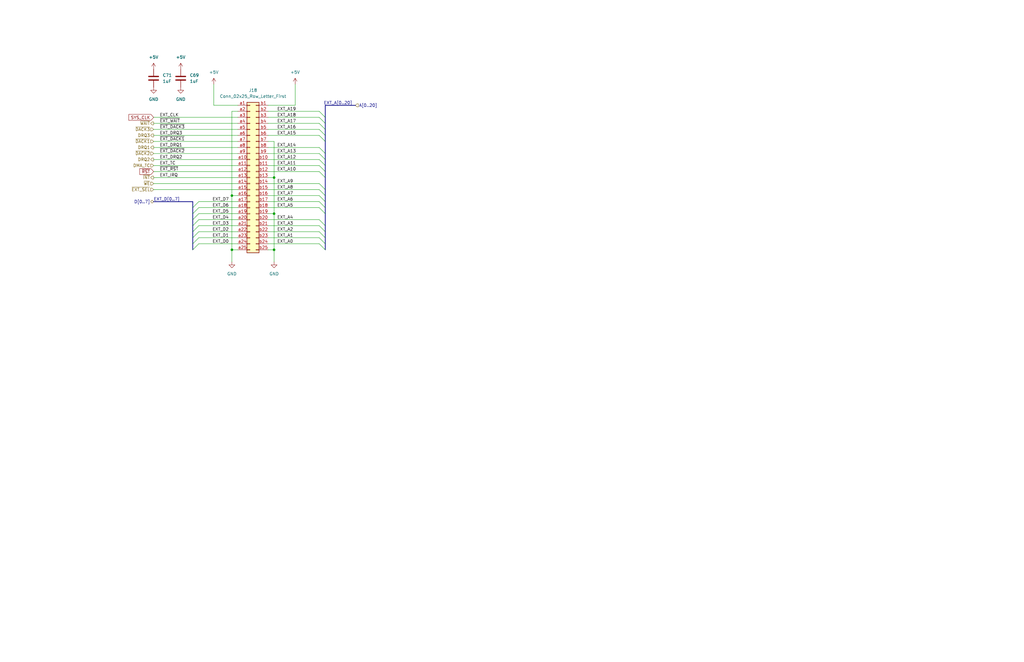
<source format=kicad_sch>
(kicad_sch (version 20231120) (generator "eeschema") (generator_version "8.0")
  (paper "B")
  (title_block (title "Anachron ISA Bus Interface") (date "2024-02-07") (company "Modular Circuits"))
  (lib_symbols
    (symbol "Connector_Generic:Conn_02x25_Row_Letter_First" (pin_names (offset 1.016) hide)
      (property "Reference" "J" (at 1.27 33.02 0))
      (property "Value" "Conn_02x25_Row_Letter_First" (at 1.27 -33.02 0))
      (symbol "Conn_02x25_Row_Letter_First_1_1"
        (rectangle (start -1.27 -30.353) (end 0 -30.607) (stroke (width 0.1524)))
        (rectangle (start -1.27 -27.813) (end 0 -28.067) (stroke (width 0.1524)))
        (rectangle (start -1.27 -25.273) (end 0 -25.527) (stroke (width 0.1524)))
        (rectangle (start -1.27 -22.733) (end 0 -22.987) (stroke (width 0.1524)))
        (rectangle (start -1.27 -20.193) (end 0 -20.447) (stroke (width 0.1524)))
        (rectangle (start -1.27 -17.653) (end 0 -17.907) (stroke (width 0.1524)))
        (rectangle (start -1.27 -15.113) (end 0 -15.367) (stroke (width 0.1524)))
        (rectangle (start -1.27 -12.573) (end 0 -12.827) (stroke (width 0.1524)))
        (rectangle (start -1.27 -10.033) (end 0 -10.287) (stroke (width 0.1524)))
        (rectangle (start -1.27 -7.493) (end 0 -7.747) (stroke (width 0.1524)))
        (rectangle (start -1.27 -4.953) (end 0 -5.207) (stroke (width 0.1524)))
        (rectangle (start -1.27 -2.413) (end 0 -2.667) (stroke (width 0.1524)))
        (rectangle (start -1.27 0.127) (end 0 -0.127) (stroke (width 0.1524)))
        (rectangle (start -1.27 2.667) (end 0 2.413) (stroke (width 0.1524)))
        (rectangle (start -1.27 5.207) (end 0 4.953) (stroke (width 0.1524)))
        (rectangle (start -1.27 7.747) (end 0 7.493) (stroke (width 0.1524)))
        (rectangle (start -1.27 10.287) (end 0 10.033) (stroke (width 0.1524)))
        (rectangle (start -1.27 12.827) (end 0 12.573) (stroke (width 0.1524)))
        (rectangle (start -1.27 15.367) (end 0 15.113) (stroke (width 0.1524)))
        (rectangle (start -1.27 17.907) (end 0 17.653) (stroke (width 0.1524)))
        (rectangle (start -1.27 20.447) (end 0 20.193) (stroke (width 0.1524)))
        (rectangle (start -1.27 22.987) (end 0 22.733) (stroke (width 0.1524)))
        (rectangle (start -1.27 25.527) (end 0 25.273) (stroke (width 0.1524)))
        (rectangle (start -1.27 28.067) (end 0 27.813) (stroke (width 0.1524)))
        (rectangle (start -1.27 30.607) (end 0 30.353) (stroke (width 0.1524)))
        (rectangle (start -1.27 31.75) (end 3.81 -31.75) (stroke (width 0.254)) (fill (type background)))
        (rectangle (start 3.81 -30.353) (end 2.54 -30.607) (stroke (width 0.1524)))
        (rectangle (start 3.81 -27.813) (end 2.54 -28.067) (stroke (width 0.1524)))
        (rectangle (start 3.81 -25.273) (end 2.54 -25.527) (stroke (width 0.1524)))
        (rectangle (start 3.81 -22.733) (end 2.54 -22.987) (stroke (width 0.1524)))
        (rectangle (start 3.81 -20.193) (end 2.54 -20.447) (stroke (width 0.1524)))
        (rectangle (start 3.81 -17.653) (end 2.54 -17.907) (stroke (width 0.1524)))
        (rectangle (start 3.81 -15.113) (end 2.54 -15.367) (stroke (width 0.1524)))
        (rectangle (start 3.81 -12.573) (end 2.54 -12.827) (stroke (width 0.1524)))
        (rectangle (start 3.81 -10.033) (end 2.54 -10.287) (stroke (width 0.1524)))
        (rectangle (start 3.81 -7.493) (end 2.54 -7.747) (stroke (width 0.1524)))
        (rectangle (start 3.81 -4.953) (end 2.54 -5.207) (stroke (width 0.1524)))
        (rectangle (start 3.81 -2.413) (end 2.54 -2.667) (stroke (width 0.1524)))
        (rectangle (start 3.81 0.127) (end 2.54 -0.127) (stroke (width 0.1524)))
        (rectangle (start 3.81 2.667) (end 2.54 2.413) (stroke (width 0.1524)))
        (rectangle (start 3.81 5.207) (end 2.54 4.953) (stroke (width 0.1524)))
        (rectangle (start 3.81 7.747) (end 2.54 7.493) (stroke (width 0.1524)))
        (rectangle (start 3.81 10.287) (end 2.54 10.033) (stroke (width 0.1524)))
        (rectangle (start 3.81 12.827) (end 2.54 12.573) (stroke (width 0.1524)))
        (rectangle (start 3.81 15.367) (end 2.54 15.113) (stroke (width 0.1524)))
        (rectangle (start 3.81 17.907) (end 2.54 17.653) (stroke (width 0.1524)))
        (rectangle (start 3.81 20.447) (end 2.54 20.193) (stroke (width 0.1524)))
        (rectangle (start 3.81 22.987) (end 2.54 22.733) (stroke (width 0.1524)))
        (rectangle (start 3.81 25.527) (end 2.54 25.273) (stroke (width 0.1524)))
        (rectangle (start 3.81 28.067) (end 2.54 27.813) (stroke (width 0.1524)))
        (rectangle (start 3.81 30.607) (end 2.54 30.353) (stroke (width 0.1524)))
        (pin passive line (at -5.08 30.48 0) (length 3.81) (name "Pin_a1") (number "a1"))
        (pin passive line (at -5.08 7.62 0) (length 3.81) (name "Pin_a10") (number "a10"))
        (pin passive line (at -5.08 5.08 0) (length 3.81) (name "Pin_a11") (number "a11"))
        (pin passive line (at -5.08 2.54 0) (length 3.81) (name "Pin_a12") (number "a12"))
        (pin passive line (at -5.08 0 0) (length 3.81) (name "Pin_a13") (number "a13"))
        (pin passive line (at -5.08 -2.54 0) (length 3.81) (name "Pin_a14") (number "a14"))
        (pin passive line (at -5.08 -5.08 0) (length 3.81) (name "Pin_a15") (number "a15"))
        (pin passive line (at -5.08 -7.62 0) (length 3.81) (name "Pin_a16") (number "a16"))
        (pin passive line (at -5.08 -10.16 0) (length 3.81) (name "Pin_a17") (number "a17"))
        (pin passive line (at -5.08 -12.7 0) (length 3.81) (name "Pin_a18") (number "a18"))
        (pin passive line (at -5.08 -15.24 0) (length 3.81) (name "Pin_a19") (number "a19"))
        (pin passive line (at -5.08 27.94 0) (length 3.81) (name "Pin_a2") (number "a2"))
        (pin passive line (at -5.08 -17.78 0) (length 3.81) (name "Pin_a20") (number "a20"))
        (pin passive line (at -5.08 -20.32 0) (length 3.81) (name "Pin_a21") (number "a21"))
        (pin passive line (at -5.08 -22.86 0) (length 3.81) (name "Pin_a22") (number "a22"))
        (pin passive line (at -5.08 -25.4 0) (length 3.81) (name "Pin_a23") (number "a23"))
        (pin passive line (at -5.08 -27.94 0) (length 3.81) (name "Pin_a24") (number "a24"))
        (pin passive line (at -5.08 -30.48 0) (length 3.81) (name "Pin_a25") (number "a25"))
        (pin passive line (at -5.08 25.4 0) (length 3.81) (name "Pin_a3") (number "a3"))
        (pin passive line (at -5.08 22.86 0) (length 3.81) (name "Pin_a4") (number "a4"))
        (pin passive line (at -5.08 20.32 0) (length 3.81) (name "Pin_a5") (number "a5"))
        (pin passive line (at -5.08 17.78 0) (length 3.81) (name "Pin_a6") (number "a6"))
        (pin passive line (at -5.08 15.24 0) (length 3.81) (name "Pin_a7") (number "a7"))
        (pin passive line (at -5.08 12.7 0) (length 3.81) (name "Pin_a8") (number "a8"))
        (pin passive line (at -5.08 10.16 0) (length 3.81) (name "Pin_a9") (number "a9"))
        (pin passive line (at 7.62 30.48 180) (length 3.81) (name "Pin_b1") (number "b1"))
        (pin passive line (at 7.62 7.62 180) (length 3.81) (name "Pin_b10") (number "b10"))
        (pin passive line (at 7.62 5.08 180) (length 3.81) (name "Pin_b11") (number "b11"))
        (pin passive line (at 7.62 2.54 180) (length 3.81) (name "Pin_b12") (number "b12"))
        (pin passive line (at 7.62 0 180) (length 3.81) (name "Pin_b13") (number "b13"))
        (pin passive line (at 7.62 -2.54 180) (length 3.81) (name "Pin_b14") (number "b14"))
        (pin passive line (at 7.62 -5.08 180) (length 3.81) (name "Pin_b15") (number "b15"))
        (pin passive line (at 7.62 -7.62 180) (length 3.81) (name "Pin_b16") (number "b16"))
        (pin passive line (at 7.62 -10.16 180) (length 3.81) (name "Pin_b17") (number "b17"))
        (pin passive line (at 7.62 -12.7 180) (length 3.81) (name "Pin_b18") (number "b18"))
        (pin passive line (at 7.62 -15.24 180) (length 3.81) (name "Pin_b19") (number "b19"))
        (pin passive line (at 7.62 27.94 180) (length 3.81) (name "Pin_b2") (number "b2"))
        (pin passive line (at 7.62 -17.78 180) (length 3.81) (name "Pin_b20") (number "b20"))
        (pin passive line (at 7.62 -20.32 180) (length 3.81) (name "Pin_b21") (number "b21"))
        (pin passive line (at 7.62 -22.86 180) (length 3.81) (name "Pin_b22") (number "b22"))
        (pin passive line (at 7.62 -25.4 180) (length 3.81) (name "Pin_b23") (number "b23"))
        (pin passive line (at 7.62 -27.94 180) (length 3.81) (name "Pin_b24") (number "b24"))
        (pin passive line (at 7.62 -30.48 180) (length 3.81) (name "Pin_b25") (number "b25"))
        (pin passive line (at 7.62 25.4 180) (length 3.81) (name "Pin_b3") (number "b3"))
        (pin passive line (at 7.62 22.86 180) (length 3.81) (name "Pin_b4") (number "b4"))
        (pin passive line (at 7.62 20.32 180) (length 3.81) (name "Pin_b5") (number "b5"))
        (pin passive line (at 7.62 17.78 180) (length 3.81) (name "Pin_b6") (number "b6"))
        (pin passive line (at 7.62 15.24 180) (length 3.81) (name "Pin_b7") (number "b7"))
        (pin passive line (at 7.62 12.7 180) (length 3.81) (name "Pin_b8") (number "b8"))
        (pin passive line (at 7.62 10.16 180) (length 3.81) (name "Pin_b9") (number "b9"))
      )
    )
    (symbol "Device:C" (pin_numbers hide) (pin_names (offset 0.254))
      (property "Reference" "C" (at 0.635 2.54 0))
      (property "Value" "C" (at 0.635 -2.54 0))
      (symbol "C_0_1"
        (polyline (pts (xy -2.032 -0.762) (xy 2.032 -0.762)) (stroke (width 0.508)))
        (polyline (pts (xy -2.032 0.762) (xy 2.032 0.762)) (stroke (width 0.508)))
      )
      (symbol "C_1_1"
        (pin passive line (at 0 3.81 270) (length 2.794) (name "~") (number "1"))
        (pin passive line (at 0 -3.81 90) (length 2.794) (name "~") (number "2"))
      )
    )
    (symbol "power:+5V" (power) (pin_names (offset 0))
      (property "Value" "+5V" (at 0 3.556 0))
      (symbol "+5V_0_1"
        (polyline (pts (xy -0.762 1.27) (xy 0 2.54)))
        (polyline (pts (xy 0 0) (xy 0 2.54)))
        (polyline (pts (xy 0 2.54) (xy 0.762 1.27)))
      )
      (symbol "+5V_1_1"
        (pin power_in line (at 0 0 90) (length 0) hide (name "+5V") (number "1"))
      )
    )
    (symbol "power:GND" (power) (pin_names (offset 0))
      (property "Value" "GND" (at 0 -3.81 0))
      (symbol "GND_0_1"
        (polyline (pts (xy 0 0) (xy 0 -1.27) (xy 1.27 -1.27) (xy 0 -2.54) (xy -1.27 -1.27) (xy 0 -1.27)))
      )
      (symbol "GND_1_1"
        (pin power_in line (at 0 0 270) (length 0) hide (name "GND") (number "1"))
      )
    )
  )
  (junction (at 115.57 105.41))
  (junction (at 115.57 74.93))
  (junction (at 115.57 90.17))
  (junction (at 97.79 82.55))
  (junction (at 97.79 105.41))
  (bus_entry (at 137.16 82.55) (size -2.54 -2.54))
  (bus_entry (at 137.16 54.61) (size -2.54 -2.54))
  (bus_entry (at 137.16 85.09) (size -2.54 -2.54))
  (bus_entry (at 81.28 102.87) (size 2.54 -2.54))
  (bus_entry (at 81.28 95.25) (size 2.54 -2.54))
  (bus_entry (at 137.16 100.33) (size -2.54 -2.54))
  (bus_entry (at 137.16 64.77) (size -2.54 -2.54))
  (bus_entry (at 81.28 87.63) (size 2.54 -2.54))
  (bus_entry (at 137.16 69.85) (size -2.54 -2.54))
  (bus_entry (at 137.16 74.93) (size -2.54 -2.54))
  (bus_entry (at 81.28 97.79) (size 2.54 -2.54))
  (bus_entry (at 137.16 102.87) (size -2.54 -2.54))
  (bus_entry (at 137.16 67.31) (size -2.54 -2.54))
  (bus_entry (at 137.16 80.01) (size -2.54 -2.54))
  (bus_entry (at 137.16 49.53) (size -2.54 -2.54))
  (bus_entry (at 137.16 59.69) (size -2.54 -2.54))
  (bus_entry (at 81.28 92.71) (size 2.54 -2.54))
  (bus_entry (at 137.16 95.25) (size -2.54 -2.54))
  (bus_entry (at 81.28 90.17) (size 2.54 -2.54))
  (bus_entry (at 81.28 100.33) (size 2.54 -2.54))
  (bus_entry (at 137.16 87.63) (size -2.54 -2.54))
  (bus_entry (at 137.16 72.39) (size -2.54 -2.54))
  (bus_entry (at 137.16 57.15) (size -2.54 -2.54))
  (bus_entry (at 137.16 52.07) (size -2.54 -2.54))
  (bus_entry (at 137.16 97.79) (size -2.54 -2.54))
  (bus_entry (at 81.28 105.41) (size 2.54 -2.54))
  (bus_entry (at 137.16 90.17) (size -2.54 -2.54))
  (bus_entry (at 137.16 105.41) (size -2.54 -2.54))
  (wire (pts (xy 97.79 105.41) (xy 97.79 110.49)))
  (wire (pts (xy 64.77 69.85) (xy 100.33 69.85)))
  (bus (pts (xy 81.28 97.79) (xy 81.28 100.33)))
  (wire (pts (xy 113.03 69.85) (xy 134.62 69.85)))
  (bus (pts (xy 137.16 54.61) (xy 137.16 57.15)))
  (wire (pts (xy 97.79 46.99) (xy 97.79 82.55)))
  (bus (pts (xy 81.28 100.33) (xy 81.28 102.87)))
  (bus (pts (xy 137.16 59.69) (xy 137.16 64.77)))
  (bus (pts (xy 137.16 49.53) (xy 137.16 52.07)))
  (bus (pts (xy 137.16 97.79) (xy 137.16 100.33)))
  (wire (pts (xy 64.77 64.77) (xy 100.33 64.77)))
  (wire (pts (xy 113.03 95.25) (xy 134.62 95.25)))
  (bus (pts (xy 149.86 44.45) (xy 137.16 44.45)))
  (wire (pts (xy 113.03 100.33) (xy 134.62 100.33)))
  (wire (pts (xy 113.03 67.31) (xy 134.62 67.31)))
  (wire (pts (xy 64.77 59.69) (xy 100.33 59.69)))
  (bus (pts (xy 64.77 85.09) (xy 81.28 85.09)))
  (wire (pts (xy 64.77 49.53) (xy 100.33 49.53)))
  (wire (pts (xy 97.79 46.99) (xy 100.33 46.99)))
  (bus (pts (xy 137.16 67.31) (xy 137.16 69.85)))
  (wire (pts (xy 64.77 54.61) (xy 100.33 54.61)))
  (wire (pts (xy 113.03 80.01) (xy 134.62 80.01)))
  (wire (pts (xy 113.03 82.55) (xy 134.62 82.55)))
  (wire (pts (xy 113.03 64.77) (xy 134.62 64.77)))
  (wire (pts (xy 100.33 72.39) (xy 64.77 72.39)))
  (wire (pts (xy 115.57 105.41) (xy 115.57 110.49)))
  (bus (pts (xy 81.28 90.17) (xy 81.28 92.71)))
  (bus (pts (xy 137.16 72.39) (xy 137.16 74.93)))
  (wire (pts (xy 113.03 72.39) (xy 134.62 72.39)))
  (wire (pts (xy 113.03 87.63) (xy 134.62 87.63)))
  (bus (pts (xy 81.28 95.25) (xy 81.28 97.79)))
  (bus (pts (xy 81.28 102.87) (xy 81.28 105.41)))
  (bus (pts (xy 137.16 100.33) (xy 137.16 102.87)))
  (wire (pts (xy 124.46 35.56) (xy 124.46 44.45)))
  (wire (pts (xy 113.03 85.09) (xy 134.62 85.09)))
  (wire (pts (xy 134.62 102.87) (xy 113.03 102.87)))
  (wire (pts (xy 90.17 35.56) (xy 90.17 44.45)))
  (bus (pts (xy 137.16 80.01) (xy 137.16 82.55)))
  (wire (pts (xy 100.33 97.79) (xy 83.82 97.79)))
  (wire (pts (xy 113.03 54.61) (xy 134.62 54.61)))
  (wire (pts (xy 64.77 52.07) (xy 100.33 52.07)))
  (bus (pts (xy 137.16 82.55) (xy 137.16 85.09)))
  (bus (pts (xy 137.16 105.41) (xy 137.16 102.87)))
  (wire (pts (xy 100.33 44.45) (xy 90.17 44.45)))
  (wire (pts (xy 113.03 46.99) (xy 134.62 46.99)))
  (bus (pts (xy 81.28 87.63) (xy 81.28 90.17)))
  (bus (pts (xy 137.16 44.45) (xy 137.16 49.53)))
  (wire (pts (xy 115.57 59.69) (xy 115.57 74.93)))
  (wire (pts (xy 113.03 74.93) (xy 115.57 74.93)))
  (wire (pts (xy 97.79 105.41) (xy 100.33 105.41)))
  (bus (pts (xy 137.16 69.85) (xy 137.16 72.39)))
  (wire (pts (xy 113.03 92.71) (xy 134.62 92.71)))
  (wire (pts (xy 113.03 59.69) (xy 115.57 59.69)))
  (wire (pts (xy 100.33 92.71) (xy 83.82 92.71)))
  (wire (pts (xy 100.33 74.93) (xy 64.77 74.93)))
  (bus (pts (xy 137.16 64.77) (xy 137.16 67.31)))
  (bus (pts (xy 137.16 85.09) (xy 137.16 87.63)))
  (wire (pts (xy 100.33 85.09) (xy 83.82 85.09)))
  (wire (pts (xy 64.77 57.15) (xy 100.33 57.15)))
  (bus (pts (xy 137.16 87.63) (xy 137.16 90.17)))
  (wire (pts (xy 113.03 52.07) (xy 134.62 52.07)))
  (wire (pts (xy 97.79 82.55) (xy 100.33 82.55)))
  (wire (pts (xy 113.03 44.45) (xy 124.46 44.45)))
  (wire (pts (xy 113.03 105.41) (xy 115.57 105.41)))
  (wire (pts (xy 115.57 74.93) (xy 115.57 90.17)))
  (bus (pts (xy 81.28 92.71) (xy 81.28 95.25)))
  (wire (pts (xy 64.77 77.47) (xy 100.33 77.47)))
  (bus (pts (xy 137.16 95.25) (xy 137.16 97.79)))
  (wire (pts (xy 100.33 90.17) (xy 83.82 90.17)))
  (wire (pts (xy 113.03 62.23) (xy 134.62 62.23)))
  (wire (pts (xy 113.03 49.53) (xy 134.62 49.53)))
  (bus (pts (xy 137.16 52.07) (xy 137.16 54.61)))
  (wire (pts (xy 100.33 87.63) (xy 83.82 87.63)))
  (wire (pts (xy 64.77 62.23) (xy 100.33 62.23)))
  (bus (pts (xy 81.28 85.09) (xy 81.28 87.63)))
  (wire (pts (xy 100.33 95.25) (xy 83.82 95.25)))
  (wire (pts (xy 113.03 97.79) (xy 134.62 97.79)))
  (wire (pts (xy 113.03 90.17) (xy 115.57 90.17)))
  (wire (pts (xy 64.77 80.01) (xy 100.33 80.01)))
  (wire (pts (xy 113.03 77.47) (xy 134.62 77.47)))
  (wire (pts (xy 100.33 102.87) (xy 83.82 102.87)))
  (wire (pts (xy 97.79 105.41) (xy 97.79 82.55)))
  (wire (pts (xy 100.33 100.33) (xy 83.82 100.33)))
  (wire (pts (xy 115.57 90.17) (xy 115.57 105.41)))
  (wire (pts (xy 64.77 67.31) (xy 100.33 67.31)))
  (bus (pts (xy 137.16 90.17) (xy 137.16 95.25)))
  (bus (pts (xy 137.16 57.15) (xy 137.16 59.69)))
  (wire (pts (xy 113.03 57.15) (xy 134.62 57.15)))
  (bus (pts (xy 137.16 74.93) (xy 137.16 80.01)))
  (label "EXT_A[0..20]" (at 148.59 44.45 180))
  (label "EXT_D1" (at 96.52 100.33 180))
  (label "EXT_A14" (at 116.84 62.23 0))
  (label "EXT_A3" (at 116.84 95.25 0))
  (label "EXT_A5" (at 116.84 87.63 0))
  (label "EXT_A4" (at 116.84 92.71 0))
  (label "EXT_A17" (at 116.84 52.07 0))
  (label "EXT_CLK" (at 67.31 49.53 0))
  (label "EXT_D0" (at 96.52 102.87 180))
  (label "EXT_A1" (at 116.84 100.33 0))
  (label "EXT_A15" (at 116.84 57.15 0))
  (label "EXT_D[0..7]" (at 64.77 85.09 0))
  (label "EXT_A8" (at 116.84 80.01 0))
  (label "EXT_D5" (at 96.52 90.17 180))
  (label "EXT_A18" (at 116.84 49.53 0))
  (label "EXT_A9" (at 116.84 77.47 0))
  (label "~{EXT_WAIT}" (at 67.31 52.07 0))
  (label "EXT_A10" (at 116.84 72.39 0))
  (label "EXT_D3" (at 96.52 95.25 180))
  (label "EXT_DRQ2" (at 67.31 67.31 0))
  (label "~{EXT_DACK3}" (at 67.31 54.61 0))
  (label "EXT_A19" (at 116.84 46.99 0))
  (label "EXT_DRQ1" (at 67.31 62.23 0))
  (label "~{EXT_RST}" (at 67.31 72.39 0))
  (label "EXT_A12" (at 116.84 67.31 0))
  (label "~{EXT_DACK1}" (at 67.31 59.69 0))
  (label "EXT_A0" (at 116.84 102.87 0))
  (label "EXT_TC" (at 67.31 69.85 0))
  (label "EXT_D2" (at 96.52 97.79 180))
  (label "EXT_D7" (at 96.52 85.09 180))
  (label "EXT_IRQ" (at 67.31 74.93 0))
  (label "EXT_A11" (at 116.84 69.85 0))
  (label "EXT_DRQ3" (at 67.31 57.15 0))
  (label "EXT_A16" (at 116.84 54.61 0))
  (label "EXT_D4" (at 96.52 92.71 180))
  (label "EXT_D6" (at 96.52 87.63 180))
  (label "EXT_A6" (at 116.84 85.09 0))
  (label "~{EXT_DACK2}" (at 67.31 64.77 0))
  (label "EXT_A7" (at 116.84 82.55 0))
  (label "EXT_A2" (at 116.84 97.79 0))
  (label "EXT_A13" (at 116.84 64.77 0))
  (global_label "SYS_CLK" (shape input) (at 64.77 49.53 180) (property "Intersheetrefs" "${INTERSHEET_REFS}" (effects (hide yes))))
  (global_label "~{RST}" (shape input) (at 64.77 72.39 180) (property "Intersheetrefs" "${INTERSHEET_REFS}" (effects (hide yes))))
  (hierarchical_label "A[0..20]" (shape input) (at 149.86 44.45 0))
  (hierarchical_label "DRQ3" (shape output) (at 64.77 57.15 180))
  (hierarchical_label "D[0..7]" (shape bidirectional) (at 64.77 85.09 180))
  (hierarchical_label "~{DACK1}" (shape input) (at 64.77 59.69 180))
  (hierarchical_label "~{WE}" (shape input) (at 64.77 77.47 180))
  (hierarchical_label "~{DACK3}" (shape input) (at 64.77 54.61 180))
  (hierarchical_label "DMA_TC" (shape input) (at 64.77 69.85 180))
  (hierarchical_label "~{DACK2}" (shape input) (at 64.77 64.77 180))
  (hierarchical_label "~{WAIT}" (shape output) (at 64.77 52.07 180))
  (hierarchical_label "DRQ1" (shape output) (at 64.77 62.23 180))
  (hierarchical_label "~{EXT_SEL}" (shape input) (at 64.77 80.01 180))
  (hierarchical_label "~{INT}" (shape output) (at 64.77 74.93 180))
  (hierarchical_label "DRQ2" (shape output) (at 64.77 67.31 180))
  (symbol (lib_id "power:GND") (at 76.2 36.83 0) (unit 1)
    (property "Reference" "#PWR0272" (effects (hide yes)))
    (property "Value" "GND" (at 76.2 41.91 0))
  )
  (symbol (lib_id "Device:C") (at 76.2 33.02 0) (unit 1)
    (property "Reference" "C69" (at 80.01 31.75 0) (effects (justify left)))
    (property "Value" "1uF" (at 80.01 34.29 0) (effects (justify left)))
    (property "Footprint" "Capacitor_THT:C_Disc_D4.7mm_W2.5mm_P5.00mm" (effects (hide yes)))
    (property "mpf#" "FG28X5R1H105KRT06" (effects (hide yes)))
  )
  (symbol (lib_id "power:+5V") (at 76.2 29.21 0) (unit 1)
    (property "Reference" "#PWR0271" (effects (hide yes)))
    (property "Value" "+5V" (at 76.2 24.13 0))
  )
  (symbol (lib_id "power:GND") (at 115.57 110.49 0) (unit 1)
    (property "Reference" "#PWR030" (effects (hide yes)))
    (property "Value" "GND" (at 115.57 115.57 0))
  )
  (symbol (lib_id "power:GND") (at 64.77 36.83 0) (unit 1)
    (property "Reference" "#PWR0276" (effects (hide yes)))
    (property "Value" "GND" (at 64.77 41.91 0))
  )
  (symbol (lib_id "power:+5V") (at 124.46 35.56 0) (unit 1)
    (property "Reference" "#PWR038" (effects (hide yes)))
    (property "Value" "+5V" (at 124.46 30.48 0))
  )
  (symbol (lib_id "power:+5V") (at 90.17 35.56 0) (unit 1)
    (property "Reference" "#PWR0225" (effects (hide yes)))
    (property "Value" "+5V" (at 90.17 30.48 0))
  )
  (symbol (lib_id "Device:C") (at 64.77 33.02 0) (unit 1)
    (property "Reference" "C71" (at 68.58 31.75 0) (effects (justify left)))
    (property "Value" "1uF" (at 68.58 34.29 0) (effects (justify left)))
    (property "Footprint" "Capacitor_THT:C_Disc_D4.7mm_W2.5mm_P5.00mm" (effects (hide yes)))
    (property "mpf#" "FG28X5R1H105KRT06" (effects (hide yes)))
  )
  (symbol (lib_id "power:+5V") (at 64.77 29.21 0) (unit 1)
    (property "Reference" "#PWR0275" (effects (hide yes)))
    (property "Value" "+5V" (at 64.77 24.13 0))
  )
  (symbol (lib_id "power:GND") (at 97.79 110.49 0) (unit 1)
    (property "Reference" "#PWR0226" (effects (hide yes)))
    (property "Value" "GND" (at 97.79 115.57 0))
  )
  (symbol (lib_id "Connector_Generic:Conn_02x25_Row_Letter_First") (at 105.41 74.93 0) (unit 1)
    (property "Reference" "J18" (at 106.68 38.1 0))
    (property "Value" "Conn_02x25_Row_Letter_First" (at 106.68 40.64 0))
    (property "Description" "Generic connector, double row, 02x25, row letter first pin numbering scheme (pin number consists of a letter for the row and a number for the pin index in this row. a1, ..., aN; b1, ..., bN), script generated (kicad-library-utils/schlib/autogen/connector/)" (effects (hide yes)))
  )
)
</source>
